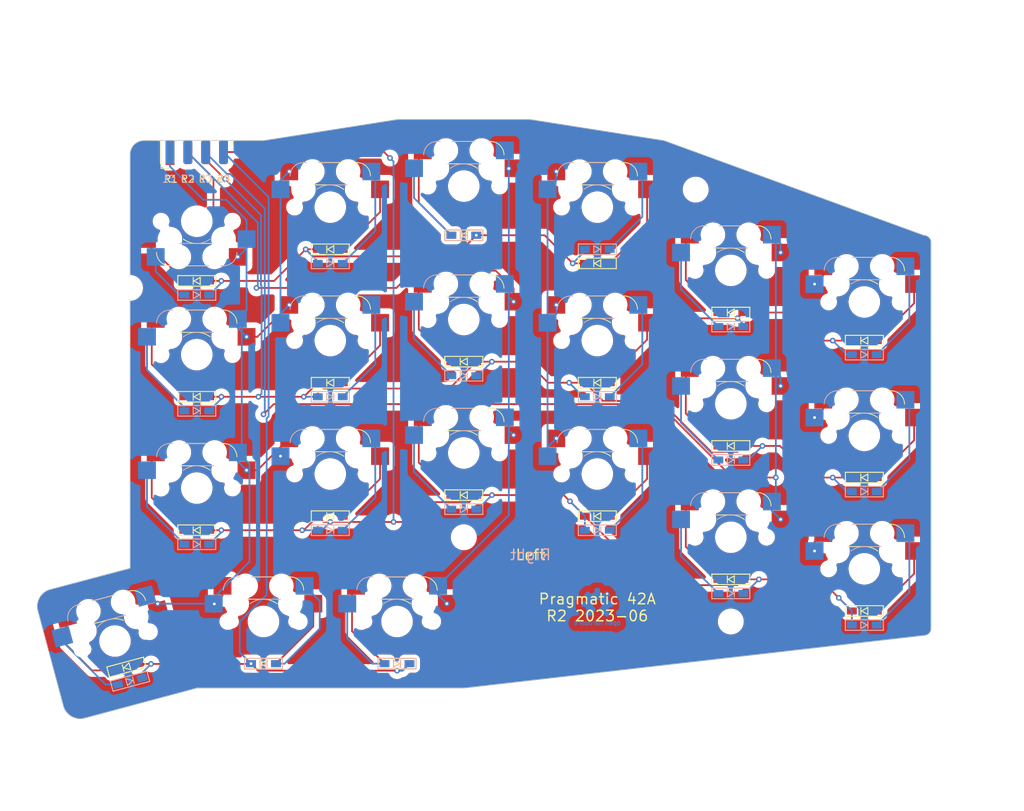
<source format=kicad_pcb>
(kicad_pcb (version 20221018) (generator pcbnew)
  (title_block (title "Pragmatic 42 (Codename The Answer)") (date "2023-05-23") (rev "2") (company "Pragmatic Inc.") (comment 1 "Duplex matrix with 8 pin header (5 for rows, 3 for columns)") (comment 2 "Made by James Sa"))
  (layers (0 "F.Cu" signal) (31 "B.Cu" signal) (34 "B.Paste" user) (35 "F.Paste" user) (36 "B.SilkS" user "B.Silkscreen") (37 "F.SilkS" user "F.Silkscreen") (38 "B.Mask" user) (39 "F.Mask" user) (44 "Edge.Cuts" user))
  (net 0 "")
  (net 1 "Net-(D13-A)")
  (net 2 "Net-(D14-K)")
  (net 3 "Row 2")
  (net 4 "Net-(D15-A)")
  (net 5 "Net-(D16-K)")
  (net 6 "Net-(D17-A)")
  (net 7 "Net-(D18-K)")
  (net 8 "Net-(D19-A)")
  (net 9 "Net-(D20-K)")
  (net 10 "Net-(D21-A)")
  (net 11 "Net-(D22-K)")
  (net 12 "Net-(D23-A)")
  (net 13 "C12")
  (net 14 "C34")
  (net 15 "C56")
  (net 16 "Row 3")
  (net 17 "Row 4")
  (net 18 "Row 5")
  (net 19 "Net-(D24-K)")
  (net 20 "Net-(D25-A)")
  (net 21 "Net-(D26-K)")
  (net 22 "Net-(D27-A)")
  (net 23 "Net-(D28-K)")
  (net 24 "Net-(D29-A)")
  (net 25 "Net-(D30-K)")
  (net 26 "Net-(D31-A)")
  (net 27 "Net-(D32-K)")
  (net 28 "Net-(D33-A)")
  (net 29 "Net-(D34-K)")
  (net 30 "Net-(D35-A)")
  (net 31 "Net-(D36-K)")
  (net 32 "Net-(D37-A)")
  (net 33 "Net-(D38-K)")
  (net 34 "Net-(D39-A)")
  (net 35 "Net-(D40-K)")
  (net 36 "Net-(D41-A)")
  (net 37 "Net-(D42-K)")
  (net 38 "Net-(D43-A)")
  (net 39 "Net-(D44-K)")
  (net 40 "Net-(D45-A)")
  (net 41 "Net-(D46-K)")
  (net 42 "Net-(D47-A)")
  (net 43 "Net-(D48-K)")
  (net 44 "Net-(D52-K)")
  (net 45 "Net-(D53-A)")
  (net 46 "Net-(D54-K)")
  (net 47 "Net-(D55-A)")
  (net 48 "Net-(D56-K)")
  (net 49 "Net-(D57-A)")
  (footprint "Keyboard_JSA:MX_Hotswap" (layer "F.Cu") (at 138 72)
    (fp_text reference "SW20" hide)
    (fp_text value "SW_Push_45deg" hide)
  )
  (footprint "Keyboard_JSA:MX_Hotswap Reverse" (layer "F.Cu") (at 138 72)
    (fp_text reference "SW17" hide)
    (fp_text value "SW_Push_45deg" hide)
  )
  (footprint "MountingHole:MountingHole_3.2mm_M3_DIN965" (layer "F.Cu") (at 157 119)
    (fp_text reference "H1" hide)
    (fp_text value "MountingHole" hide)
  )
  (footprint "Keyboard_JSA:MX_Hotswap Reverse" (layer "F.Cu") (at 138 91)
    (fp_text reference "SW29" hide)
    (fp_text value "SW_Push_45deg" hide)
  )
  (footprint "Keyboard_Foostan:D3_SMD_v2" (layer "F.Cu") (at 176 97)
    (fp_text reference "D27" hide)
    (fp_text value "1N4448W" hide)
  )
  (footprint "Keyboard_Foostan:D3_SMD_v2" (layer "F.Cu") (at 119 82.5)
    (fp_text reference "D18" hide)
    (fp_text value "1N4448W" hide)
  )
  (footprint "Keyboard_JSA:MX_Hotswap" (layer "F.Cu") (at 176 72)
    (fp_text reference "SW22" hide)
    (fp_text value "SW_Push_45deg" hide)
  )
  (footprint "Keyboard_JSA:MX_Hotswap" (layer "F.Cu") (at 138 110)
    (fp_text reference "SW44" hide)
    (fp_text value "SW_Push_45deg" hide)
  )
  (footprint "Keyboard_JSA:MX_Hotswap Reverse" (layer "F.Cu") (at 176 72)
    (fp_text reference "SW15" hide)
    (fp_text value "SW_Push_45deg" hide)
  )
  (footprint "Keyboard_JSA:MX_Hotswap" (layer "F.Cu") (at 214 104.5)
    (fp_text reference "SW36" hide)
    (fp_text value "SW_Push_45deg" hide)
  )
  (footprint "Keyboard_Foostan:D3_SMD_v2" (layer "F.Cu") (at 176 80)
    (fp_text reference "D15" hide)
    (fp_text value "1N4448W" hide)
  )
  (footprint "Keyboard_JSA:MX_Hotswap" (layer "F.Cu") (at 176 91)
    (fp_text reference "SW34" hide)
    (fp_text value "SW_Push_45deg" hide)
  )
  (footprint "Keyboard_Foostan:D3_SMD_v2" (layer "F.Cu") (at 214 129.5)
    (fp_text reference "D37" hide)
    (fp_text value "1N4448W" hide)
  )
  (footprint "Keyboard_Foostan:D3_SMD_v2" (layer "F.Cu") (at 147.500016 137)
    (fp_text reference "D52" hide)
    (fp_text value "1N4448W" hide)
  )
  (footprint "Keyboard_Foostan:D3_SMD_v2" (layer "F.Cu") (at 157 76)
    (fp_text reference "D16" hide)
    (fp_text value "1N4448W" hide)
  )
  (footprint "Keyboard_JSA:MX_Hotswap Reverse" (layer "F.Cu") (at 195 100)
    (fp_text reference "SW26" hide)
    (fp_text value "SW_Push_45deg" hide)
  )
  (footprint "Keyboard_JSA:MX_Hotswap" (layer "F.Cu") (at 157 69)
    (fp_text reference "SW21" hide)
    (fp_text value "SW_Push_45deg" hide)
  )
  (footprint "Keyboard_JSA:MX_Hotswap" (layer "F.Cu") (at 119 74 180)
    (fp_text reference "SW19" hide)
    (fp_text value "SW_Push_45deg" hide)
  )
  (footprint "Keyboard_JSA:MX_Hotswap" (layer "F.Cu") (at 157 107)
    (fp_text reference "SW45" hide)
    (fp_text value "SW_Push_45deg" hide)
  )
  (footprint "Keyboard_JSA:MX_Hotswap Reverse" (layer "F.Cu") (at 195 119)
    (fp_text reference "SW38" hide)
    (fp_text value "SW_Push_45deg" hide)
  )
  (footprint "Keyboard_Foostan:D3_SMD_v2" (layer "F.Cu") (at 109 137.5 15)
    (fp_text reference "D54" hide)
    (fp_text value "1N4448W" hide)
  )
  (footprint "Keyboard_JSA:MX_Hotswap" (layer "F.Cu") (at 157 88)
    (fp_text reference "SW33" hide)
    (fp_text value "SW_Push_45deg" hide)
  )
  (footprint "Keyboard_JSA:MX_Hotswap Reverse" (layer "F.Cu") (at 176 91)
    (fp_text reference "SW27" hide)
    (fp_text value "SW_Push_45deg" hide)
  )
  (footprint "Keyboard_JSA:MX_Hotswap" (layer "F.Cu") (at 214 85.5)
    (fp_text reference "SW24" hide)
    (fp_text value "SW_Push_45deg" hide)
  )
  (footprint "Keyboard_JSA:MX_Hotswap" (layer "F.Cu") (at 195 119)
    (fp_text reference "SW47" hide)
    (fp_text value "SW_Push_45deg" hide)
  )
  (footprint "Keyboard_Foostan:D3_SMD_v2" (layer "F.Cu") (at 128.5 137)
    (fp_text reference "D53" hide)
    (fp_text value "1N4448W" hide)
  )
  (footprint "Keyboard_Foostan:D3_SMD_v2" (layer "F.Cu") (at 176 116)
    (fp_text reference "D39" hide)
    (fp_text value "1N4448W" hide)
  )
  (footprint "Keyboard_JSA:MX_Hotswap Reverse" (layer "F.Cu") (at 147.5 131)
    (fp_text reference "SW52" hide)
    (fp_text value "SW_Push_45deg" hide)
  )
  (footprint "Keyboard_JSA:MX_Hotswap" (layer "F.Cu") (at 138 91)
    (fp_text reference "SW32" hide)
    (fp_text value "SW_Push_45deg" hide)
  )
  (footprint "Keyboard_Foostan:D3_SMD_v2" (layer "F.Cu") (at 119 118)
    (fp_text reference "D42" hide)
    (fp_text value "1N4448W" hide)
  )
  (footprint "Keyboard_Foostan:D3_SMD_v2" (layer "F.Cu") (at 119 99)
    (fp_text reference "D30" hide)
    (fp_text value "1N4448W" hide)
  )
  (footprint "Keyboard_JSA:MX_Hotswap Reverse" (layer "F.Cu") (at 214 85.5)
    (fp_text reference "SW13" hide)
    (fp_text value "SW_Push_45deg" hide)
  )
  (footprint "Keyboard_Foostan:D3_SMD_v2" (layer "F.Cu") (at 157 94)
    (fp_text reference "D28" hide)
    (fp_text value "1N4448W" hide)
  )
  (footprint "Keyboard_JSA:MX_Hotswap" (layer "F.Cu") (at 195 100)
    (fp_text reference "SW35" hide)
    (fp_text value "SW_Push_45deg" hide)
  )
  (footprint "Keyboard_JSA:MX_Hotswap" (layer "F.Cu") (at 119 112)
    (fp_text reference "SW43" hide)
    (fp_text value "SW_Push_45deg" hide)
  )
  (footprint "Keyboard_JSA:MX_Hotswap" (layer "F.Cu") (at 119 93)
    (fp_text reference "SW31" hide)
    (fp_text value "SW_Push_45deg" hide)
  )
  (footprint "Keyboard_JSA:MX_Hotswap Reverse" (layer "F.Cu") (at 157 88)
    (fp_text reference "SW28" hide)
    (fp_text value "SW_Push_45deg" hide)
  )
  (footprint "MountingHole:MountingHole_3.2mm_M3_DIN965" (layer "F.Cu") (at 195 131)
    (fp_text reference "H2" hide)
    (fp_text value "MountingHole" hide)
  )
  (footprint "Keyboard_Foostan:D3_SMD_v2" (layer "F.Cu") (at 214 91)
    (fp_text reference "D13" hide)
    (fp_text value "1N4448W" hide)
  )
  (footprint "Keyboard_JSA:MX_Hotswap Reverse" (layer "F.Cu") (at 119 112)
    (fp_text reference "SW42" hide)
    (fp_text value "SW_Push_45deg" hide)
  )
  (footprint "Keyboard_JSA:MX_Hotswap Reverse" (layer "F.Cu") (at 195 81)
    (fp_text reference "SW14" hide)
    (fp_text value "SW_Push_45deg" hide)
  )
  (footprint "Keyboard_JSA:MX_Hotswap Reverse" (layer "F.Cu") (at 119 93)
    (fp_text reference "SW30" hide)
    (fp_text value "SW_Push_45deg" hide)
  )
  (footprint "MountingHole:MountingHole_3.2mm_M3_DIN965" (layer "F.Cu") (at 190 69.5)
    (fp_text reference "H3" hide)
    (fp_text value "MountingHole" hide)
  )
  (footprint "Keyboard_JSA:matrix_connector" (layer "F.Cu") (at 119 62.5 -90)
    (fp_text reference "J1" hide)
    (fp_text value "Conn_02x04_Odd_Even" hide)
    (fp_line (start 0 -7.5) (end 0 7.5) (stroke (width 0.12)) (layer "Edge.Cuts"))
  )
  (footprint "Keyboard_Foostan:D3_SMD_v2" (layer "F.Cu") (at 195 106)
    (fp_text reference "D26" hide)
    (fp_text value "1N4448W" hide)
  )
  (footprint "Keyboard_JSA:MX_Hotswap Reverse" (layer "F.Cu") (at 128.5 131)
    (fp_text reference "SW53" hide)
    (fp_text value "SW_Push_45deg" hide)
  )
  (footprint "MountingHole:MountingHole_3.2mm_M3_DIN965" (layer "F.Cu") (at 109.5 83.5)
    (fp_text reference "H4" hide)
    (fp_text value "MountingHole" hide)
  )
  (footprint "Keyboard_JSA:MX_Hotswap Reverse" (layer "F.Cu") (at 119 74 180)
    (fp_text reference "SW18" hide)
    (fp_text value "SW_Push_45deg" hide)
  )
  (footprint "Keyboard_JSA:MX_Hotswap" (layer "F.Cu") (at 195 81)
    (fp_text reference "SW23" hide)
    (fp_text value "SW_Push_45deg" hide)
  )
  (footprint "Keyboard_JSA:MX_Hotswap Reverse" (layer "F.Cu") (at 157 107)
    (fp_text reference "SW40" hide)
    (fp_text value "SW_Push_45deg" hide)
  )
  (footprint "Keyboard_JSA:MX_Hotswap Reverse" (layer "F.Cu") (at 138 110)
    (fp_text reference "SW41" hide)
    (fp_text value "SW_Push_45deg" hide)
  )
  (footprint "Keyboard_JSA:MX_Hotswap" (layer "F.Cu") (at 214 123.5)
    (fp_text reference "SW48" hide)
    (fp_text value "SW_Push_45deg" hide)
  )
  (footprint "Keyboard_Foostan:D3_SMD_v2" (layer "F.Cu") (at 195 87)
    (fp_text reference "D14" hide)
    (fp_text value "1N4448W" hide)
  )
  (footprint "Keyboard_Foostan:D3_SMD_v2" (layer "F.Cu") (at 138 78)
    (fp_text reference "D17" hide)
    (fp_text value "1N4448W" hide)
  )
  (footprint "Keyboard_JSA:MX_Hotswap Reverse" (layer "F.Cu") (at 176 110)
    (fp_text reference "SW39" hide)
    (fp_text value "SW_Push_45deg" hide)
  )
  (footprint "Keyboard_Foostan:D3_SMD_v2" (layer "F.Cu") (at 157 113)
    (fp_text reference "D40" hide)
    (fp_text value "1N4448W" hide)
  )
  (footprint "Keyboard_JSA:MX_Hotswap" (layer "F.Cu") (at 176 110)
    (fp_text reference "SW46" hide)
    (fp_text value "SW_Push_45deg" hide)
  )
  (footprint "Keyboard_JSA:MX_Hotswap Reverse" (layer "F.Cu") (at 214 104.5)
    (fp_text reference "SW25" hide)
    (fp_text value "SW_Push_45deg" hide)
  )
  (footprint "Keyboard_Foostan:D3_SMD_v2" (layer "F.Cu") (at 138 97)
    (fp_text reference "D29" hide)
    (fp_text value "1N4448W" hide)
  )
  (footprint "Keyboard_Foostan:D3_SMD_v2" (layer "F.Cu") (at 214 110.5)
    (fp_text reference "D25" hide)
    (fp_text value "1N4448W" hide)
  )
  (footprint "Keyboard_JSA:MX_Hotswap Reverse" (layer "F.Cu") (at 157 69)
    (fp_text reference "SW16" hide)
    (fp_text value "SW_Push_45deg" hide)
  )
  (footprint "Keyboard_JSA:MX_Hotswap Reverse" (layer "F.Cu") (at 107.365 133.782 15)
    (fp_text reference "SW54" hide)
    (fp_text value "SW_Push_45deg" hide)
  )
  (footprint "Keyboard_JSA:MX_Hotswap Reverse" (layer "F.Cu") (at 214 123.5)
    (fp_text reference "SW37" hide)
    (fp_text value "SW_Push_45deg" hide)
  )
  (footprint "Keyboard_Foostan:D3_SMD_v2" (layer "F.Cu") (at 195 125)
    (fp_text reference "D38" hide)
    (fp_text value "1N4448W" hide)
  )
  (footprint "Keyboard_Foostan:D3_SMD_v2" (layer "F.Cu") (at 138 116)
    (fp_text reference "D41" hide)
    (fp_text value "1N4448W" hide)
  )
  (footprint "Keyboard_Foostan:D3_SMD_v2" (layer "B.Cu") (at 195 127 180)
    (fp_text reference "D47" hide)
    (fp_text value "1N4448W" hide)
  )
  (footprint "Keyboard_Foostan:D3_SMD_v2" (layer "B.Cu") (at 138 99 180)
    (fp_text reference "D32" hide)
    (fp_text value "1N4448W" hide)
  )
  (footprint "Keyboard_Foostan:D3_SMD_v2" (layer "B.Cu") (at 157 76 180)
    (fp_text reference "D21" hide)
    (fp_text value "1N4448W" hide)
  )
  (footprint "Keyboard_Foostan:D3_SMD_v2" (layer "B.Cu") (at 128.5 137 180)
    (fp_text reference "D56" hide)
    (fp_text value "1N4448W" hide)
  )
  (footprint "Keyboard_Foostan:D3_SMD_v2" (layer "B.Cu") (at 147.5 137 180)
    (fp_text reference "D57" hide)
    (fp_text value "1N4448W" hide)
  )
  (footprint "Keyboard_Foostan:D3_SMD_v2" (layer "B.Cu") (at 195 89 180)
    (fp_text reference "D23" hide)
    (fp_text value "1N4448W" hide)
  )
  (footprint "Keyboard_Foostan:D3_SMD_v2" (layer "B.Cu") (at 119 101 180)
    (fp_text reference "D31" hide)
    (fp_text value "1N4448W" hide)
  )
  (footprint "Keyboard_JSA:MX_Hotswap_KH" (layer "B.Cu") (at 107.365004 133.782 -165)
    (fp_text reference "SW55" hide)
    (fp_text value "SW_Push_45deg" hide)
  )
  (footprint "Keyboard_JSA:OSHW-Logo2_7.3x6mm_Copper" (layer "B.Cu") (at 176 129 180)
    (fp_text reference "REF**" hide)
    (fp_text value "OSHW-Logo2_7.3x6mm_Copper" hide)
  )
  (footprint "Keyboard_Foostan:D3_SMD_v2" (layer "B.Cu") (at 176 118 180)
    (fp_text reference "D46" hide)
    (fp_text value "1N4448W" hide)
  )
  (footprint "Keyboard_Foostan:D3_SMD_v2" (layer "B.Cu") (at 138 118 180)
    (fp_text reference "D44" hide)
    (fp_text value "1N4448W" hide)
  )
  (footprint "Keyboard_Foostan:D3_SMD_v2" (layer "B.Cu") (at 214 93 180)
    (fp_text reference "D24" hide)
    (fp_text value "1N4448W" hide)
  )
  (footprint "Keyboard_Foostan:D3_SMD_v2" (layer "B.Cu") (at 195 108 180)
    (fp_text reference "D35" hide)
    (fp_text value "1N4448W" hide)
  )
  (footprint "Keyboard_Foostan:D3_SMD_v2" (layer "B.Cu") (at 119 120 180)
    (fp_text reference "D43" hide)
    (fp_text value "1N4448W" hide)
  )
  (footprint "Keyboard_Foostan:D3_SMD_v2" (layer "B.Cu") (at 119 84.5 180)
    (fp_text reference "D19" hide)
    (fp_text value "1N4448W" hide)
  )
  (footprint "Keyboard_Foostan:D3_SMD_v2" (layer "B.Cu") (at 138 80 180)
    (fp_text reference "D20" hide)
    (fp_text value "1N4448W" hide)
  )
  (footprint "Keyboard_Foostan:D3_SMD_v2" (layer "B.Cu") (at 157 96 180)
    (fp_text reference "D33" hide)
    (fp_text value "1N4448W" hide)
  )
  (footprint "Keyboard_Foostan:D3_SMD_v2" (layer "B.Cu") (at 176 78 180)
    (fp_text reference "D22" hide)
    (fp_text value "1N4448W" hide)
  )
  (footprint "Keyboard_Foostan:D3_SMD_v2" (layer "B.Cu") (at 157 115 180)
    (fp_text reference "D45" hide)
    (fp_text value "1N4448W" hide)
  )
  (footprint "Keyboard_Foostan:D3_SMD_v2" (layer "B.Cu") (at 176 99 180)
    (fp_text reference "D34" hide)
    (fp_text value "1N4448W" hide)
  )
  (footprint "Keyboard_JSA:MX_Hotswap_KH" (layer "B.Cu") (at 128.500004 131 180)
    (fp_text reference "SW56" hide)
    (fp_text value "SW_Push_45deg" hide)
  )
  (footprint "Keyboard_Foostan:D3_SMD_v2" (layer "B.Cu") (at 109.5 139.5 -165)
    (fp_text reference "D55" hide)
    (fp_text value "1N4448W" hide)
  )
  (footprint "Keyboard_JSA:MX_Hotswap_KH" (layer "B.Cu") (at 147.5 131 180)
    (fp_text reference "SW57" hide)
    (fp_text value "SW_Push_45deg" hide)
  )
  (footprint "Keyboard_Foostan:D3_SMD_v2" (layer "B.Cu") (at 214 112.5 180)
    (fp_text reference "D36" hide)
    (fp_text value "1N4448W" hide)
  )
  (footprint "Keyboard_Foostan:D3_SMD_v2" (layer "B.Cu") (at 214 131.5 180)
    (fp_text reference "D48" hide)
    (fp_text value "1N4448W" hide)
  )
  (gr_line (start 147.5 59.5) (end 128.5 62.5) (stroke (width 0.1)) (layer "Edge.Cuts"))
  (gr_line (start 185.5 62.5) (end 166.5 59.5) (stroke (width 0.1)) (layer "Edge.Cuts"))
  (gr_line (start 109.5001 64.519985) (end 109.5 123.4) (stroke (width 0.1)) (layer "Edge.Cuts"))
  (gr_arc (start 223.5 132) (mid 223.207107 132.707107) (end 222.5 133) (stroke (width 0.1)) (layer "Edge.Cuts"))
  (gr_line (start 128.5 62.5) (end 126.5 62.5) (stroke (width 0.1)) (layer "Edge.Cuts"))
  (gr_line (start 157 140.5) (end 222.5 133) (stroke (width 0.1)) (layer "Edge.Cuts"))
  (gr_line (start 96.376971 129.4793) (end 100.000438 143.002262) (stroke (width 0.1)) (layer "Edge.Cuts"))
  (gr_line (start 119.000076 140.499514) (end 157 140.5) (stroke (width 0.1)) (layer "Edge.Cuts"))
  (gr_line (start 119.000076 140.499514) (end 103.0623 144.770029) (stroke (width 0.1)) (layer "Edge.Cuts"))
  (gr_arc (start 109.5001 64.519985) (mid 110.078738 63.09287) (end 111.5 62.5) (stroke (width 0.1)) (layer "Edge.Cuts"))
  (gr_line (start 222.5 76) (end 185.5 62.5) (stroke (width 0.1)) (layer "Edge.Cuts"))
  (gr_arc (start 222.5 76) (mid 223.207107 76.292893) (end 223.5 77) (stroke (width 0.1)) (layer "Edge.Cuts"))
  (gr_arc (start 96.376971 129.4793) (mid 96.626722 127.582253) (end 98.144738 126.417438) (stroke (width 0.1)) (layer "Edge.Cuts"))
  (gr_line (start 166.5 59.5) (end 147.5 59.5) (stroke (width 0.1)) (layer "Edge.Cuts"))
  (gr_line (start 223.5 132) (end 223.5 77) (stroke (width 0.1)) (layer "Edge.Cuts"))
  (gr_line (start 109.5 123.4) (end 98.144738 126.417438) (stroke (width 0.1)) (layer "Edge.Cuts"))
  (gr_arc (start 103.0623 144.770029) (mid 101.165253 144.520278) (end 100.000438 143.002262) (stroke (width 0.1)) (layer "Edge.Cuts"))
  (gr_text "C1" (at 115.053 68) (layer "B.SilkS") (effects (font (size 1 1)) (justify mirror)))
  (gr_text "C3" (at 117.72 68) (layer "B.SilkS") (effects (font (size 1 1)) (justify mirror)))
  (gr_text "Right\n" (at 166.5 121.5) (layer "B.SilkS") (effects (font (size 1.5 1.5) (thickness 0.2)) (justify mirror)))
  (gr_text "R5" (at 122.8 68) (layer "B.SilkS") (effects (font (size 1 1)) (justify mirror)))
  (gr_text "C5" (at 120.26 68) (layer "B.SilkS") (effects (font (size 1 1)) (justify mirror)))
  (gr_text "R2" (at 117.72 68) (layer "F.SilkS") (effects (font (size 1 1))))
  (gr_text "R1" (at 115.307 68) (layer "F.SilkS") (effects (font (size 1 1))))
  (gr_text "Pragmatic 42A\nR2 2023-06" (at 176 129) (layer "F.SilkS") (effects (font (size 1.5 1.5) (thickness 0.2))))
  (gr_text "R4" (at 122.8 68) (layer "F.SilkS") (effects (font (size 1 1))))
  (gr_text "R3" (at 120.26 68) (layer "F.SilkS") (effects (font (size 1 1))))
  (gr_text "Left" (at 166.5 121.5) (layer "F.SilkS") (effects (font (size 1.5 1.5) (thickness 0.2))))
  (segment (start 221.085 85.69) (end 215.775 91) (width 0.25) (layer "F.Cu") (net 1))
  (segment (start 221.085 82.96) (end 221.085 85.69) (width 0.25) (layer "F.Cu") (net 1))
  (segment (start 188.595 82.37) (end 193.225 87) (width 0.25) (layer "F.Cu") (net 2))
  (segment (start 188.595 76.483) (end 188.595 82.37) (width 0.25) (layer "F.Cu") (net 2))
  (segment (start 172.5 80) (end 174.225 80) (width 0.25) (layer "F.Cu") (net 3))
  (segment (start 122.5 82.5) (end 130 82.5) (width 0.25) (layer "F.Cu") (net 3))
  (segment (start 135.5 79) (end 155.775 79) (width 0.25) (layer "F.Cu") (net 3))
  (segment (start 158.775 76) (end 168.5 76) (width 0.25) (layer "F.Cu") (net 3))
  (segment (start 117.73 64.234132) (end 121.375 67.879132) (width 0.25) (layer "F.Cu") (net 3))
  (segment (start 182.325 80.825) (end 189.325 87.825) (width 0.25) (layer "F.Cu") (net 3))
  (segment (start 121.375 67.879132) (end 121.375 75.125) (width 0.25) (layer "F.Cu") (net 3))
  (segment (start 120.775 82.5) (end 122.5 82.5) (width 0.25) (layer "F.Cu") (net 3))
  (segment (start 195.95 87.825) (end 196.775 87) (width 0.25) (layer "F.Cu") (net 3))
  (segment (start 130 82.5) (end 134.5 78) (width 0.25) (layer "F.Cu") (net 3))
  (segment (start 176.75 80) (end 176.75 80.825) (width 0.25) (layer "F.Cu") (net 3))
  (segment (start 174.225 80) (end 176.75 80) (width 0.25) (layer "F.Cu") (net 3))
  (segment (start 134.5 78) (end 136.225 78) (width 0.25) (layer "F.Cu") (net 3))
  (segment (start 134.5 78) (end 135.5 79) (width 0.25) (layer "F.Cu") (net 3))
  (segment (start 119.665 76.835) (end 119.665 81.39) (width 0.25) (layer "F.Cu") (net 3))
  (segment (start 155.775 79) (end 158.775 76) (width 0.25) (layer "F.Cu") (net 3))
  (segment (start 119.665 81.39) (end 120.775 82.5) (width 0.25) (layer "F.Cu") (net 3))
  (segment (start 209.5 91) (end 212.225 91) (width 0.25) (layer "F.Cu") (net 3))
  (segment (start 203 87) (end 207 91) (width 0.25) (layer "F.Cu") (net 3))
  (segment (start 176.75 80.825) (end 182.325 80.825) (width 0.25) (layer "F.Cu") (net 3))
  (segment (start 121.375 75.125) (end 119.665 76.835) (width 0.25) (layer "F.Cu") (net 3))
  (segment (start 196.775 87) (end 203 87) (width 0.25) (layer "F.Cu") (net 3))
  (segment (start 189.325 87.825) (end 195.95 87.825) (width 0.25) (layer "F.Cu") (net 3))
  (segment (start 168.5 76) (end 172.5 80) (width 0.25) (layer "F.Cu") (net 3))
  (segment (start 207 91) (end 209.5 91) (width 0.25) (layer "F.Cu") (net 3))
  (via (at 134.5 78) (size 0.8) (drill 0.4) (layers "F.Cu" "B.Cu") (net 3))
  (via (at 122.5 82.5) (size 0.8) (drill 0.4) (layers "F.Cu" "B.Cu") (net 3))
  (via (at 158.775 76) (size 0.8) (drill 0.4) (layers "F.Cu" "B.Cu") (net 3))
  (via (at 195.95 87.825) (size 0.8) (drill 0.4) (layers "F.Cu" "B.Cu") (net 3))
  (via (at 209.5 91) (size 0.8) (drill 0.4) (layers "F.Cu" "B.Cu") (net 3))
  (via (at 172.5 80) (size 0.8) (drill 0.4) (layers "F.Cu" "B.Cu") (net 3))
  (segment (start 196.775 88.65) (end 195.95 87.825) (width 0.25) (layer "B.Cu") (net 3))
  (segment (start 212.225 93) (end 211.5 93) (width 0.25) (layer "B.Cu") (net 3))
  (segment (start 122.5 82.775) (end 122.5 82.5) (width 0.25) (layer "B.Cu") (net 3))
  (segment (start 120.775 84.5) (end 122.5 82.775) (width 0.25) (layer "B.Cu") (net 3))
  (segment (start 211.5 93) (end 209.5 91) (width 0.25) (layer "B.Cu") (net 3))
  (segment (start 174.225 78.275) (end 172.5 80) (width 0.25) (layer "B.Cu") (net 3))
  (segment (start 136.225 79.725) (end 134.5 78) (width 0.25) (layer "B.Cu") (net 3))
  (segment (start 183.085 69.46) (end 183.085 74.69) (width 0.25) (layer "F.Cu") (net 4))
  (segment (start 183.085 74.69) (end 177.775 80) (width 0.25) (layer "F.Cu") (net 4))
  (segment (start 150.595 64.483) (end 150.595 71.37) (width 0.25) (layer "F.Cu") (net 5))
  (segment (start 150.595 71.37) (end 155.225 76) (width 0.25) (layer "F.Cu") (net 5))
  (segment (start 145.085 72.69) (end 139.775 78) (width 0.25) (layer "F.Cu") (net 6))
  (segment (start 145.085 69.46) (end 145.085 72.69) (width 0.25) (layer "F.Cu") (net 6))
  (segment (start 111.915 77.19) (end 117.225 82.5) (width 0.25) (layer "F.Cu") (net 7))
  (segment (start 113.158 79.04) (end 113.158 81.158) (width 0.25) (layer "B.Cu") (net 8))
  (segment (start 113.158 81.158) (end 116.5 84.5) (width 0.25) (layer "B.Cu") (net 8))
  (segment (start 116.5 84.5) (end 117.225 84.5) (width 0.25) (layer "B.Cu") (net 8))
  (segment (start 144.405 75.37) (end 139.775 80) (width 0.25) (layer "B.Cu") (net 9))
  (segment (start 144.405 67.483) (end 144.405 75.37) (width 0.25) (layer "B.Cu") (net 9))
  (segment (start 149.915 70.69) (end 155.225 76) (width 0.25) (layer "B.Cu") (net 10))
  (segment (start 149.915 66.46) (end 149.915 70.69) (width 0.25) (layer "B.Cu") (net 10))
  (segment (start 182.405 73.37) (end 177.775 78) (width 0.25) (layer "B.Cu") (net 11))
  (segment (start 182.405 67.483) (end 182.405 73.37) (width 0.25) (layer "B.Cu") (net 11))
  (segment (start 187.915 83.69) (end 193.225 89) (width 0.25) (layer "B.Cu") (net 12))
  (segment (start 187.915 78.46) (end 187.915 83.69) (width 0.25) (layer "B.Cu") (net 12))
  (segment (start 127.618 90.46) (end 132.158 85.92) (width 0.25) (layer "F.Cu") (net 13))
  (segment (start 122.658 127.342) (end 121.5 128.5) (width 0.25) (layer "F.Cu") (net 13))
  (segment (start 126.085 90.46) (end 127.618 90.46) (width 0.25) (layer "F.Cu") (net 13))
  (segment (start 132.158 104.92) (end 130.915 106.163) (width 0.25) (layer "F.Cu") (net 13))
  (segment (start 130.915 106.163) (end 130.915 107.46) (width 0.25) (layer "F.Cu") (net 13))
  (segment (start 126.085 109.46) (end 127.618 109.46) (width 0.25) (layer "F.Cu") (net 13))
  (segment (start 122.658 125.92) (end 122.658 127.342) (width 0.25) (layer "F.Cu") (net 13))
  (segment (start 127.618 109.46) (end 132.158 104.92) (width 0.25) (layer "F.Cu") (net 13))
  (via (at 126.085 90.46) (size 0.8) (drill 0.4) (layers "F.Cu" "B.Cu") (net 13))
  (via (at 124.842 79.08) (size 0.8) (drill 0.4) (layers "F.Cu" "B.Cu") (net 13))
  (via (at 113.436866 128.46) (size 0.8) (drill 0.4) (layers "F.Cu" "B.Cu") (net 13))
  (via (at 121.5 128.5) (size 0.8) (drill 0.4) (layers "F.Cu" "B.Cu") (net 13))
  (via (at 126.085 109.46) (size 0.8) (drill 0.4) (layers "F.Cu" "B.Cu") (net 13))
  (via (at 130.915 107.46) (size 0.8) (drill 0.4) (layers "F.Cu" "B.Cu") (net 13))
  (via (at 132.158 85.92) (size 0.8) (drill 0.4) (layers "F.Cu" "B.Cu") (net 13))
  (via (at 132.158 66.92) (size 0.8) (drill 0.4) (layers "F.Cu" "B.Cu") (net 13))
  (segment (start 121.415004 128.46) (end 113.436866 128.46) (width 0.25) (layer "B.Cu") (net 13))
  (segment (start 124.842 106.92) (end 126.5 108.578) (width 0.25) (layer "B.Cu") (net 13))
  (segment (start 124.842 87.92) (end 124.842 89.217) (width 0.25) (layer "B.Cu") (net 13))
  (segment (start 130.915 69.46) (end 130.915 68.163) (width 0.25) (layer "B.Cu") (net 13))
  (segment (start 124.842 106.92) (end 124.842 108.217) (width 0.25) (layer "B.Cu") (net 13))
  (segment (start 115.19 66.212066) (end 119.927435 70.949501) (width 0.25) (layer "B.Cu") (net 13))
  (segment (start 124.842 89.217) (end 126.085 90.46) (width 0.25) (layer "B.Cu") (net 13))
  (segment (start 115.19 64.234132) (end 115.19 66.212066) (width 0.25) (layer "B.Cu") (net 13))
  (segment (start 130.915 87.163) (end 132.158 85.92) (width 0.25) (layer "B.Cu") (net 13))
  (segment (start 126.085 76.5) (end 126.085 86.677) (width 0.25) (layer "B.Cu") (net 13))
  (segment (start 119.927435 70.949501) (end 123.186189 70.949501) (width 0.25) (layer "B.Cu") (net 13))
  (segment (start 130.915 68.163) (end 132.158 66.92) (width 0.25) (layer "B.Cu") (net 13))
  (segment (start 126.085 86.677) (end 124.842 87.92) (width 0.25) (layer "B.Cu") (net 13))
  (segment (start 126.085 77.837) (end 124.842 79.08) (width 0.25) (layer "B.Cu") (net 13))
  (segment (start 130.915 88.46) (end 130.915 87.163) (width 0.25) (layer "B.Cu") (net 13))
  (segment (start 113.436866 128.46) (end 111.693042 126.716176) (width 0.25) (layer "B.Cu") (net 13))
  (segment (start 126.5 108.578) (end 126.5 122.5) (width 0.25) (layer "B.Cu") (net 13))
  (segment (start 124.842 108.217) (end 126.085 109.46) (width 0.25) (layer "B.Cu") (net 13))
  (segment (start 130.915 69.46) (end 130.915 88.46) (width 0.25) (layer "B.Cu") (net 13))
  (segment (start 125.405 88.483) (end 125.405 106.357) (width 0.25) (layer "B.Cu") (net 13))
  (segment (start 126.085 76.5) (end 126.085 77.837) (width 0.25) (layer "B.Cu") (net 13))
  (segment (start 126.085 73.848312) (end 126.085 76.5) (width 0.25) (layer "B.Cu") (net 13))
  (segment (start 126.5 122.5) (end 121.415004 127.584996) (width 0.25) (layer "B.Cu") (net 13))
  (segment (start 123.186189 70.949501) (end 126.085 73.848312) (width 0.25) (layer "B.Cu") (net 13))
  (segment (start 147.403 83.5) (end 149.858 81.045) (width 0.25) (layer "F.Cu") (net 14))
  (segment (start 164.085 83.585) (end 164.085 85.46) (width 0.25) (layer "F.Cu") (net 14))
  (segment (start 161.545 81.045) (end 164.085 83.585) (width 0.25) (layer "F.Cu") (net 14))
  (segment (start 164.085 66.46) (end 169.698 66.46) (width 0.25) (layer "F.Cu") (net 14))
  (segment (start 149.858 81.045) (end 161.545 81.045) (width 0.25) (layer "F.Cu") (net 14))
  (segment (start 127.5 83.5) (end 147.403 83.5) (width 0.25) (layer "F.Cu") (net 14))
  (via (at 164.085 104.46) (size 0.8) (drill 0.4) (layers "F.Cu" "B.Cu") (net 14))
  (via (at 170.158 104.92) (size 0.8) (drill 0.4) (layers "F.Cu" "B.Cu") (net 14))
  (via (at 154.585 128.46) (size 0.8) (drill 0.4) (layers "F.Cu" "B.Cu") (net 14))
  (via (at 170.158 85.92) (size 0.8) (drill 0.4) (layers "F.Cu" "B.Cu") (net 14))
  (via (at 164.085 85.46) (size 0.8) (drill 0.4) (layers "F.Cu" "B.Cu") (net 14))
  (via (at 127.5 83.5) (size 0.8) (drill 0.4) (layers "F.Cu" "B.Cu") (net 14))
  (via (at 170.158 66.92) (size 0.8) (drill 0.4) (layers "F.Cu" "B.Cu") (net 14))
  (via (at 163.405 66.5) (size 0.8) (drill 0.4) (layers "F.Cu" "B.Cu") (net 14))
  (segment (start 117.73 64.234132) (end 127.685 74.189132) (width 0.25) (layer "B.Cu") (net 14))
  (segment (start 163.405 104) (end 163.625 104) (width 0.25) (layer "B.Cu") (net 14))
  (segment (start 163.405 115.857) (end 153.342 125.92) (width 0.25) (layer "B.Cu") (net 14))
  (segment (start 170.158 68.217) (end 170.158 66.92) (width 0.25) (layer "B.Cu") (net 14))
  (segment (start 153.342 125.92) (end 153.342 127.217) (width 0.25) (layer "B.Cu") (net 14))
  (segment (start 168.915 88.46) (end 168.915 107.46) (width 0.25) (layer "B.Cu") (net 14))
  (segment (start 163.405 66.5) (end 163.405 82.357) (width 0.25) (layer "B.Cu") (net 14))
  (segment (start 163.625 104) (end 164.085 104.46) (width 0.25) (layer "B.Cu") (net 14))
  (segment (start 168.915 88.46) (end 170.158 87.217) (width 0.25) (layer "B.Cu") (net 14))
  (segment (start 168.915 107.46) (end 168.915 106.163) (width 0.25) (layer "B.Cu") (net 14))
  (segment (start 163.405 104) (end 163.405 115.857) (width 0.25) (layer "B.Cu") (net 14))
  (segment (start 168.915 69.46) (end 168.915 88.46) (width 0.25) (layer "B.Cu") (net 14))
  (segment (start 163.405 83.483) (end 163.405 85) (width 0.25) (layer "B.Cu") (net 14))
  (segment (start 153.342 127.217) (end 154.585 128.46) (width 0.25) (layer "B.Cu") (net 14))
  (segment (start 163.405 85) (end 163.625 85) (width 0.25) (layer "B.Cu") (net 14))
  (segment (start 163.405 64.483) (end 163.405 66.5) (width 0.25) (layer "B.Cu") (net 14))
  (segment (start 127.685 74.189132) (end 127.685 83.315) (width 0.25) (layer "B.Cu") (net 14))
  (segment (start 168.915 69.46) (end 170.158 68.217) (width 0.25) (layer "B.Cu") (net 14))
  (segment (start 127.685 83.315) (end 127.5 83.5) (width 0.25) (layer "B.Cu") (net 14))
  (segment (start 163.625 85) (end 164.085 85.46) (width 0.25) (layer "B.Cu") (net 14))
  (segment (start 163.405 85) (end 163.405 101.357) (width 0.25) (layer "B.Cu") (net 14))
  (segment (start 163.405 102.483) (end 163.405 104) (width 0.25) (layer "B.Cu") (net 14))
  (segment (start 170.158 87.217) (end 170.158 85.92) (width 0.25) (layer "B.Cu") (net 14))
  (segment (start 168.915 106.163) (end 170.158 104.92) (width 0.25) (layer "B.Cu") (net 14))
  (segment (start 195.23931 110.5) (end 201.405 110.5) (width 0.25) (layer "F.Cu") (net 15))
  (segment (start 202.085 78.46) (end 206.198 78.46) (width 0.25) (layer "F.Cu") (net 15))
  (segment (start 208.158 118.42) (end 206.915 119.663) (width 0.25) (layer "F.Cu") (net 15))
  (segment (start 208.158 81.717) (end 206.915 82.96) (width 0.25) (layer "F.Cu") (net 15))
  (segment (start 184.78431 100.045) (end 195.23931 110.5) (width 0.25) (layer "F.Cu") (net 15))
  (segment (start 206.198 78.46) (end 208.158 80.42) (width 0.25) (layer "F.Cu") (net 15))
  (segment (start 206.198 116.46) (end 208.158 118.42) (width 0.25) (layer "F.Cu") (net 15))
  (segment (start 129.955 100.045) (end 184.78431 100.045) (width 0.25) (layer "F.Cu") (net 15))
  (segment (start 202.085 97.46) (end 206.198 97.46) (width 0.25) (layer "F.Cu") (net 15))
  (segment (start 208.158 100.717) (end 206.915 101.96) (width 0.25) (layer "F.Cu") (net 15))
  (segment (start 202.085 116.46) (end 206.198 116.46) (width 0.25) (layer "F.Cu") (net 15))
  (segment (start 206.198 97.46) (end 208.158 99.42) (width 0.25) (layer "F.Cu") (net 15))
  (segment (start 208.158 99.42) (end 208.158 100.717) (width 0.25) (layer "F.Cu") (net 15))
  (segment (start 208.158 80.42) (end 208.158 81.717) (width 0.25) (layer "F.Cu") (net 15))
  (segment (start 206.915 119.663) (end 206.915 120.96) (width 0.25) (layer "F.Cu") (net 15))
  (segment (start 128.5 101.5) (end 129.955 100.045) (width 0.25) (layer "F.Cu") (net 15))
  (via (at 202.085 78.46) (size 0.8) (drill 0.4) (layers "F.Cu" "B.Cu") (net 15))
  (via (at 206.915 82.96) (size 0.8) (drill 0.4) (layers "F.Cu" "B.Cu") (net 15))
  (via (at 201.405 110.5) (size 0.8) (drill 0.4) (layers "F.Cu" "B.Cu") (net 15))
  (via (at 202.085 116.46) (size 0.8) (drill 0.4) (layers "F.Cu" "B.Cu") (net 15))
  (via (at 202.085 97.46) (size 0.8) (drill 0.4) (layers "F.Cu" "B.Cu") (net 15))
  (via (at 206.915 120.96) (size 0.8) (drill 0.4) (layers "F.Cu" "B.Cu") (net 15))
  (via (at 206.915 101.96) (size 0.8) (drill 0.4) (layers "F.Cu" "B.Cu") (net 15))
  (via (at 128.5 101.5) (size 0.8) (drill 0.4) (layers "F.Cu" "B.Cu") (net 15))
  (segment (start 120.27 64.244695) (end 123.288506 67.263201) (width 0.25) (layer "B.Cu") (net 15))
  (segment (start 201.405 95.483) (end 201.405 110.5) (width 0.25) (layer "B.Cu") (net 15))
  (segment (start 200.842 94.92) (end 202.085 96.163) (width 0.25) (layer "B.Cu") (net 15))
  (segment (start 123.763201 67.263201) (end 128.674001 72.174001) (width 0.25) (layer "B.Cu") (net 15))
  (segment (start 201.405 110.5) (end 201.405 113.357) (width 0.25) (layer "B.Cu") (net 15))
  (segment (start 128.674001 101.325999) (end 128.5 101.5) (width 0.25) (layer "B.Cu") (net 15))
  (segment (start 200.842 75.92) (end 202.085 77.163) (width 0.25) (layer "B.Cu") (net 15))
  (segment (start 202.085 96.163) (end 202.085 97.46) (width 0.25) (layer "B.Cu") (net 15))
  (segment (start 201.405 76.483) (end 201.405 94.357) (width 0.25) (layer "B.Cu") (net 15))
  (segment (start 200.842 115.217) (end 202.085 116.46) (width 0.25) (layer "B.Cu") (net 15))
  (segment (start 128.674001 72.174001) (end 128.674001 101.325999) (width 0.25) (layer "B.Cu") (net 15))
  (segment (start 123.288506 67.263201) (end 123.763201 67.263201) (width 0.25) (layer "B.Cu") (net 15))
  (segment (start 200.842 113.92) (end 200.842 115.217) (width 0.25) (layer "B.Cu") (net 15))
  (segment (start 202.085 77.163) (end 202.085 78.46) (width 0.25) (layer "B.Cu") (net 15))
  (segment (start 174.225 97) (end 176.820499 99.595499) (width 0.25) (layer "F.Cu") (net 16))
  (segment (start 134.225 99) (end 136.225 97) (width 0.25) (layer "F.Cu") (net 16))
  (segment (start 192.2 106.825) (end 195.95 106.825) (width 0.25) (layer "F.Cu") (net 16))
  (segment (start 169 97) (end 174.225 97) (width 0.25) (layer "F.Cu") (net 16))
  (segment (start 195.95 106.825) (end 196.775 106) (width 0.25) (layer "F.Cu") (net 16))
  (segment (start 136.225 97) (end 137.05 97.825) (width 0.25) (layer "F.Cu") (net 16))
  (segment (start 158.775 94) (end 161 94) (width 0.25) (layer "F.Cu") (net 16))
  (segment (start 120.775 99) (end 122.5 99) (width 0.25) (layer "F.Cu") (net 16))
  (segment (start 206.5 110.5) (end 209.5 110.5) (width 0.25) (layer "F.Cu") (net 16))
  (segment (start 161 94) (end 166 94) (width 0.25) (layer "F.Cu") (net 16))
  (segment (start 176.820499 99.595499) (end 184.970499 99.595499) (width 0.25) (layer "F.Cu") (net 16))
  (segment (start 202 106) (end 206.5 110.5) (width 0.25) (layer "F.Cu") (net 16))
  (segment (start 120.27 65.245402) (end 123.012299 67.987701) (width 0.25) (layer "F.Cu") (net 16))
  (segment (start 122.5 99) (end 134.225 99) (width 0.25) (layer "F.Cu") (net 16))
  (segment (start 184.970499 99.595499) (end 192.2 106.825) (width 0.25) (layer "F.Cu") (net 16))
  (segment (start 166 94) (end 169 97) (width 0.25) (layer "F.Cu") (net 16))
  (segment (start 154.95 97.825) (end 158.775 94) (width 0.25) (layer "F.Cu") (net 16))
  (segment (start 199.5 106) (end 202 106) (width 0.25) (layer "F.Cu") (net 16))
  (segment (start 196.775 106) (end 199.5 106) (width 0.25) (layer "F.Cu") (net 16))
  (segment (start 209.5 110.5) (end 212.225 110.5) (width 0.25) (layer "F.Cu") (net 16))
  (segment (start 137.05 97.825) (end 154.95 97.825) (width 0.25) (layer "F.Cu") (net 16))
  (via (at 123.012299 67.987701) (size 0.8) (drill 0.4) (layers "F.Cu" "B.Cu") (net 16))
  (via (at 122.5 99) (size 0.8) (drill 0.4) (layers "F.Cu" "B.Cu") (net 16))
  (via (at 209.5 110.5) (size 0.8) (drill 0.4) (layers "F.Cu" "B.Cu") (net 16))
  (via (at 134.225 99) (size 0.8) (drill 0.4) (layers "F.Cu" "B.Cu") (net 16))
  (via (at 172 97) (size 0.8) (drill 0.4) (layers "F.Cu" "B.Cu") (net 16))
  (via (at 161 94) (size 0.8) (drill 0.4) (layers "F.Cu" "B.Cu") (net 16))
  (via (at 199.5 106) (size 0.8) (drill 0.4) (layers "F.Cu" "B.Cu") (net 16))
  (via (at 127.775001 99) (size 0.8) (drill 0.4) (layers "F.Cu" "B.Cu") (net 16))
  (segment (start 196.775 108) (end 197.5 108) (width 0.25) (layer "B.Cu") (net 16))
  (segment (start 174 99) (end 172 97) (width 0.25) (layer "B.Cu") (net 16))
  (segment (start 128.134501 83.109903) (end 128.134501 73.109903) (width 0.25) (layer "B.Cu") (net 16))
  (segment (start 122.5 99.275) (end 122.5 99) (width 0.25) (layer "B.Cu") (net 16))
  (segment (start 127.775001 99) (end 128.2245 98.550501) (width 0.25) (layer "B.Cu") (net 16))
  (segment (start 136.225 99) (end 134.225 99) (width 0.25) (layer "B.Cu") (net 16))
  (segment (start 197.5 108) (end 199.5 106) (width 0.25) (layer "B.Cu") (net 16))
  (segment (start 128.2245 98.550501) (end 128.2245 83.199902) (width 0.25) (layer "B.Cu") (net 16))
  (segment (start 128.134501 73.109903) (end 123.012299 67.987701) (width 0.25) (layer "B.Cu") (net 16))
  (segment (start 159 96) (end 161 94) (width 0.25) (layer "B.Cu") (net 16))
  (segment (start 211.5 112.5) (end 209.5 110.5) (width 0.25) (layer "B.Cu") (net 16))
  (segment (start 128.2245 83.199902) (end 128.134501 83.109903) (width 0.25) (layer "B.Cu") (net 16))
  (segment (start 212.225 112.5) (end 211.5 112.5) (width 0.25) (layer "B.Cu") (net 16))
  (segment (start 120.775 101) (end 122.5 99.275) (width 0.25) (layer "B.Cu") (net 16))
  (segment (start 210.3625 127.6375) (end 212.225 129.5) (width 0.25) (layer "F.Cu") (net 17))
  (segment (start 134 118) (end 134.225 118) (width 0.25) (layer "F.Cu") (net 17))
  (segment (start 136.225 116) (end 137.05 116.825) (width 0.25) (layer "F.Cu") (net 17))
  (segment (start 161 113) (end 171.225 113) (width 0.25) (layer "F.Cu") (net 17))
  (segment (start 158.775 113) (end 161 113) (width 0.25) (layer "F.Cu") (net 17))
  (segment (start 122.81 64.151) (end 145.651 64.151) (width 0.25) (layer "F.Cu") (net 17))
  (segment (start 195.95 125.825) (end 196.775 125) (width 0.25) (layer "F.Cu") (net 17))
  (segment (start 138 116.825) (end 147 116.825) (width 0.25) (layer "F.Cu") (net 17))
  (segment (start 152 114) (end 157.775 114) (width 0.25) (layer "F.Cu") (net 17))
  (segment (start 207.725 125) (end 210.3625 127.6375) (width 0.25) (layer "F.Cu") (net 17))
  (segment (start 174.225 116) (end 184.05 125.825) (width 0.25) (layer "F.Cu") (net 17))
  (segment (start 149.175 116.825) (end 152 114) (width 0.25) (layer "F.Cu") (net 17))
  (segment (start 172.1125 113.8875) (end 174.225 116) (width 0.25) (layer "F.Cu") (net 17))
  (segment (start 145.651 64.151) (end 146.5 65) (width 0.25) (layer "F.Cu") (net 17))
  (segment (start 157.775 114) (end 158.775 113) (width 0.25) (layer "F.Cu") (net 17))
  (segment (start 171.225 113) (end 172.1125 113.8875) (width 0.25) (layer "F.Cu") (net 17))
  (segment (start 184.05 125.825) (end 195.95 125.825) (width 0.25) (layer "F.Cu") (net 17))
  (segment (start 196.775 125) (end 199 125) (width 0.25) (layer "F.Cu") (net 17))
  (segment (start 199 125) (end 207.725 125) (width 0.25) (layer "F.Cu") (net 17))
  (segment (start 120.775 118) (end 134 118) (width 0.25) (layer "F.Cu") (net 17))
  (segment (start 137.05 116.825) (end 138 116.825) (width 0.25) (layer "F.Cu") (net 17))
  (segment (start 134.225 118) (end 136.225 116) (width 0.25) (layer "F.Cu") (net 17))
  (segment (start 147 116.825) (end 149.175 116.825) (width 0.25) (layer "F.Cu") (net 17))
  (via (at 122.5 118) (size 0.8) (drill 0.4) (layers "F.Cu" "B.Cu") (net 17))
  (via (at 210.3625 127.6375) (size 0.8) (drill 0.4) (layers "F.Cu" "B.Cu") (net 17))
  (via (at 146.5 65) (size 0.8) (drill 0.4) (layers "F.Cu" "B.Cu") (net 17))
  (via (at 147 116.825) (size 0.8) (drill 0.4) (layers "F.Cu" "B.Cu") (net 17))
  (via (at 138 116.825) (size 0.8) (drill 0.4) (layers "F.Cu" "B.Cu") (net 17))
  (via (at 172.1125 113.8875) (size 0.8) (drill 0.4) (layers "F.Cu" "B.Cu") (net 17))
  (via (at 161 113) (size 0.8) (drill 0.4) (layers "F.Cu" "B.Cu") (net 17))
  (via (at 199 125) (size 0.8) (drill 0.4) (layers "F.Cu" "B.Cu") (net 17))
  (via (at 134 118) (size 0.8) (drill 0.4) (layers "F.Cu" "B.Cu") (net 17))
  (segment (start 159 115) (end 161 113) (width 0.25) (layer "B.Cu") (net 17))
  (segment (start 174.225 116) (end 172.1125 113.8875) (width 0.25) (layer "B.Cu") (net 17))
  (segment (start 120.775 120) (end 122.5 118.275) (width 0.25) (layer "B.Cu") (net 17))
  (segment (start 136.825 118) (end 138 116.825) (width 0.25) (layer "B.Cu") (net 17))
  (segment (start 136.225 118) (end 134 118) (width 0.25) (layer "B.Cu") (net 17))
  (segment (start 136.225 118) (end 136.825 118) (width 0.25) (layer "B.Cu") (net 17))
  (segment (start 197 127) (end 199 125) (width 0.25) (layer "B.Cu") (net 17))
  (segment (start 212.225 129.5) (end 210.3625 127.6375) (width 0.25) (layer "B.Cu") (net 17))
  (segment (start 147 65.5) (end 146.5 65) (width 0.25) (layer "B.Cu") (net 17))
  (segment (start 147 116.825) (end 147 65.5) (width 0.25) (layer "B.Cu") (net 17))
  (segment (start 174.225 118) (end 174.225 116) (width 0.25) (layer "B.Cu") (net 17))
  (segment (start 212.225 131.5) (end 212.225 129.5) (width 0.25) (layer "B.Cu") (net 17))
  (segment (start 122.5 118.275) (end 122.5 118) (width 0.25) (layer "B.Cu") (net 17))
  (segment (start 127.725 138) (end 147.5 138) (width 0.25) (layer "F.Cu") (net 18))
  (segment (start 148.275016 138) (end 147.5 138) (width 0.25) (layer "F.Cu") (net 18))
  (segment (start 110.714518 137.040596) (end 112.5 137.040596) (width 0.25) (layer "F.Cu") (net 18))
  (segment (start 112.5 137.040596) (end 126.684406 137.040596) (width 0.25) (layer "F.Cu") (net 18))
  (segment (start 126.725 137) (end 127.725 138) (width 0.25) (layer "F.Cu") (net 18))
  (segment (start 149.275016 137) (end 148.275016 138) (width 0.25) (layer "F.Cu") (net 18))
  (via (at 112.5 137.040596) (size 0.8) (drill 0.4) (layers "F.Cu" "B.Cu") (net 18))
  (via (at 147.5 138) (size 0.8) (drill 0.4) (layers "F.Cu" "B.Cu") (net 18))
  (via (at 126.725002 137) (size 0.8) (drill 0.4) (layers "F.Cu" "B.Cu") (net 18))
  (segment (start 122.81 64.151) (end 129.2245 70.5655) (width 0.25) (layer "B.Cu") (net 18))
  (segment (start 111.214518 139.040596) (end 111.214518 138.326078) (width 0.25) (layer "B.Cu") (net 18))
  (segment (start 128.949501 102.075097) (end 128.949501 127.191746) (width 0.25) (layer "B.Cu") (net 18))
  (segment (start 125.125004 131.016243) (end 125.125004 135.400004) (width 0.25) (layer "B.Cu") (net 18))
  (segment (start 149.275 137) (end 148.275 138) (width 0.25) (layer "B.Cu") (net 18))
  (segment (start 129.2245 101.800098) (end 128.949501 102.075097) (width 0.25) (layer "B.Cu") (net 18))
  (segment (start 129.2245 70.5655) (end 129.2245 101.800098) (width 0.25) (layer "B.Cu") (net 18))
  (segment (start 125.125004 135.400004) (end 126.725002 137) (width 0.25) (layer "B.Cu") (net 18))
  (segment (start 111.214518 138.326078) (end 112.5 137.040596) (width 0.25) (layer "B.Cu") (net 18))
  (segment (start 128.949501 127.191746) (end 125.125004 131.016243) (width 0.25) (layer "B.Cu") (net 18))
  (segment (start 148.275 138) (end 147.5 138) (width 0.25) (layer "B.Cu") (net 18))
  (segment (start 220.405 88.37) (end 215.775 93) (width 0.25) (layer "B.Cu") (net 19))
  (segment (start 220.405 80.983) (end 220.405 88.37) (width 0.25) (layer "B.Cu") (net 19))
  (segment (start 221.085 101.96) (end 221.085 105.19) (width 0.25) (layer "F.Cu") (net 20))
  (segment (start 221.085 105.19) (end 215.775 110.5) (width 0.25) (layer "F.Cu") (net 20))
  (segment (start 188.595 95.483) (end 188.595 101.37) (width 0.25) (layer "F.Cu") (net 21))
  (segment (start 188.595 101.37) (end 193.225 106) (width 0.25) (layer "F.Cu") (net 21))
  (segment (start 177.775 96.178833) (end 177.775 97) (width 0.25) (layer "F.Cu") (net 22))
  (segment (start 183.085 88.46) (end 183.085 90.868833) (width 0.25) (layer "F.Cu") (net 22))
  (segment (start 183.085 90.868833) (end 177.775 96.178833) (width 0.25) (layer "F.Cu") (net 22))
  (segment (start 150.595 89.37) (end 155.225 94) (width 0.25) (layer "F.Cu") (net 23))
  (segment (start 150.595 83.483) (end 150.595 89.37) (width 0.25) (layer "F.Cu") (net 23))
  (segment (start 145.085 91.69) (end 139.775 97) (width 0.25) (layer "F.Cu") (net 24))
  (segment (start 145.085 88.46) (end 145.085 91.69) (width 0.25) (layer "F.Cu") (net 24))
  (segment (start 112.595 94.37) (end 117.225 99) (width 0.25) (layer "F.Cu") (net 25))
  (segment (start 112.595 88.483) (end 112.595 94.37) (width 0.25) (layer "F.Cu") (net 25))
  (segment (start 111.915 90.46) (end 111.915 95.19) (width 0.25) (layer "B.Cu") (net 26))
  (segment (start 111.915 95.19) (end 117.225 100.5) (width 0.25) (layer "B.Cu") (net 26))
  (segment (start 144.405 94.37) (end 139.775 99) (width 0.25) (layer "B.Cu") (net 27))
  (segment (start 144.405 86.483) (end 144.405 94.37) (width 0.25) (layer "B.Cu") (net 27))
  (segment (start 149.915 90.69) (end 155.225 96) (width 0.25) (layer "B.Cu") (net 28))
  (segment (start 149.915 85.46) (end 149.915 90.69) (width 0.25) (layer "B.Cu") (net 28))
  (segment (start 182.405 94.37) (end 177.775 99) (width 0.25) (layer "B.Cu") (net 29))
  (segment (start 182.405 86.483) (end 182.405 94.37) (width 0.25) (layer "B.Cu") (net 29))
  (segment (start 187.915 102.69) (end 193.225 108) (width 0.25) (layer "B.Cu") (net 30))
  (segment (start 187.915 97.46) (end 187.915 102.69) (width 0.25) (layer "B.Cu") (net 30))
  (segment (start 220.405 99.983) (end 220.405 107.87) (width 0.25) (layer "B.Cu") (net 31))
  (segment (start 220.405 107.87) (end 215.775 112.5) (width 0.25) (layer "B.Cu") (net 31))
  (segment (start 221.085 120.96) (end 221.085 124.19) (width 0.25) (layer "F.Cu") (net 32))
  (segment (start 221.085 124.19) (end 215.775 129.5) (width 0.25) (layer "F.Cu") (net 32))
  (segment (start 188.595 120.37) (end 193.225 125) (width 0.25) (layer "F.Cu") (net 33))
  (segment (start 188.595 114.483) (end 188.595 120.37) (width 0.25) (layer "F.Cu") (net 33))
  (segment (start 183.085 107.46) (end 183.085 110.69) (width 0.25) (layer "F.Cu") (net 34))
  (segment (start 183.085 110.69) (end 177.775 116) (width 0.25) (layer "F.Cu") (net 34))
  (segment (start 150.595 102.483) (end 150.595 108.37) (width 0.25) (layer "F.Cu") (net 35))
  (segment (start 150.595 108.37) (end 155.225 113) (width 0.25) (layer "F.Cu") (net 35))
  (segment (start 145.085 110.69) (end 139.775 116) (width 0.25) (layer "F.Cu") (net 36))
  (segment (start 145.085 107.46) (end 145.085 110.69) (width 0.25) (layer "F.Cu") (net 36))
  (segment (start 112.595 107.483) (end 112.595 113.37) (width 0.25) (layer "F.Cu") (net 37))
  (segment (start 112.595 113.37) (end 117.225 118) (width 0.25) (layer "F.Cu") (net 37))
  (segment (start 111.915 114.69) (end 117.225 120) (width 0.25) (layer "B.Cu") (net 38))
  (segment (start 111.915 109.46) (end 111.915 114.69) (width 0.25) (layer "B.Cu") (net 38))
  (segment (start 144.405 113.37) (end 139.775 118) (width 0.25) (layer "B.Cu") (net 39))
  (segment (start 144.405 105.483) (end 144.405 113.37) (width 0.25) (layer "B.Cu") (net 39))
  (segment (start 149.915 104.46) (end 149.915 109.69) (width 0.25) (layer "B.Cu") (net 40))
  (segment (start 149.915 109.69) (end 155.225 115) (width 0.25) (layer "B.Cu") (net 40))
  (segment (start 182.405 113.37) (end 177.775 118) (width 0.25) (layer "B.Cu") (net 41))
  (segment (start 182.405 105.483) (end 182.405 113.37) (width 0.25) (layer "B.Cu") (net 41))
  (segment (start 187.915 116.46) (end 187.915 121.69) (width 0.25) (layer "B.Cu") (net 42))
  (segment (start 187.915 121.69) (end 193.225 127) (width 0.25) (layer "B.Cu") (net 42))
  (segment (start 220.405 118.983) (end 220.405 126.87) (width 0.25) (layer "B.Cu") (net 43))
  (segment (start 220.405 126.87) (end 215.775 131.5) (width 0.25) (layer "B.Cu") (net 43))
  (segment (start 141.095 126.483) (end 141.095 132.369984) (width 0.25) (layer "F.Cu") (net 44))
  (segment (start 141.095 132.369984) (end 145.725016 137) (width 0.25) (layer "F.Cu") (net 44))
  (segment (start 135.585 128.46) (end 135.585 131.69) (width 0.25) (layer "F.Cu") (net 45))
  (segment (start 135.585 131.69) (end 130.275 137) (width 0.25) (layer "F.Cu") (net 45))
  (segment (start 100.407165 134.272898) (end 104.093671 137.959404) (width 0.25) (layer "F.Cu") (net 46))
  (segment (start 100.407165 129.740218) (end 100.407165 134.272898) (width 0.25) (layer "F.Cu") (net 46))
  (segment (start 104.093671 137.959404) (end 107.285482 137.959404) (width 0.25) (layer "F.Cu") (net 46))
  (segment (start 106.013847 139.959404) (end 107.785482 139.959404) (width 0.25) (layer "B.Cu") (net 47))
  (segment (start 99.863919 133.809476) (end 106.013847 139.959404) (width 0.25) (layer "B.Cu") (net 47))
  (segment (start 99.863919 132.515381) (end 99.863919 133.809476) (width 0.25) (layer "B.Cu") (net 47))
  (segment (start 131.5 137) (end 130.275 137) (width 0.25) (layer "B.Cu") (net 48))
  (segment (start 134.342004 125.92) (end 136.5 128.077996) (width 0.25) (layer "B.Cu") (net 48))
  (segment (start 136.5 132) (end 131.5 137) (width 0.25) (layer "B.Cu") (net 48))
  (segment (start 136.5 128.077996) (end 136.5 132) (width 0.25) (layer "B.Cu") (net 48))
  (segment (start 144 137) (end 145.725 137) (width 0.25) (layer "B.Cu") (net 49))
  (segment (start 140.415 133.415) (end 144 137) (width 0.25) (layer "B.Cu") (net 49))
  (segment (start 140.415 128.46) (end 140.415 133.415) (width 0.25) (layer "B.Cu") (net 49))
  (zone (net 0) (net_name "") (layers "F&B.Cu") (connect_pads (clearance 0.8)) (min_thickness 0.5) (fill yes (thermal_gap 0.508) (thermal_bridge_width 0.508))
    (polygon (pts (xy 231 158) (xy 91 158) (xy 91 48) (xy 231 48)))
  )
)
</source>
